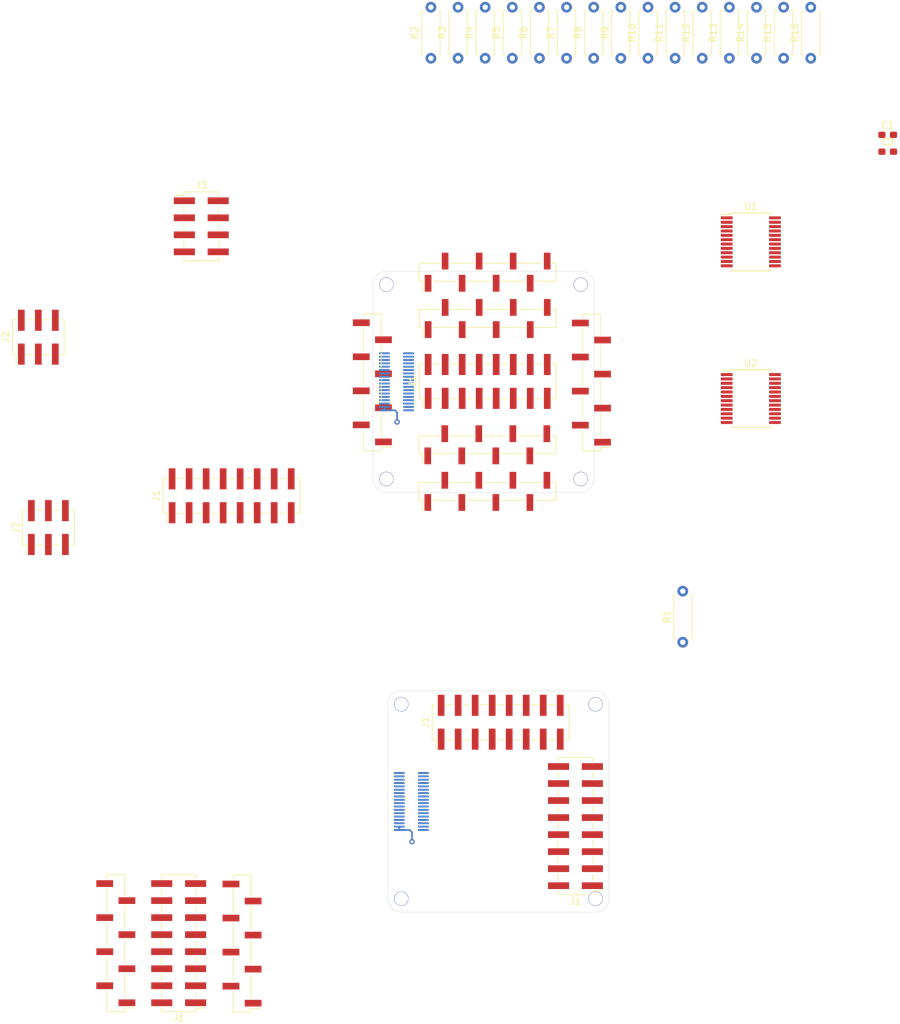
<source format=kicad_pcb>
(kicad_pcb (version 20221018) (generator pcbnew)
  (title_block (title "Movuino base shield") (date "2023-10-23") (rev "1.0") (company "Movuino"))
  (layers (0 "F.Cu" signal) (31 "B.Cu" signal) (34 "B.Paste" user) (35 "F.Paste" user) (36 "B.SilkS" user "B.Silkscreen") (37 "F.SilkS" user "F.Silkscreen") (38 "B.Mask" user) (39 "F.Mask" user) (44 "Edge.Cuts" user))
  (net 0 "")
  (net 1 "GND")
  (net 2 "+5V")
  (net 3 "/IO38")
  (net 4 "/IO39")
  (net 5 "/BATT")
  (net 6 "/IO34")
  (net 7 "/VBATT")
  (net 8 "/IO37")
  (net 9 "/PB")
  (net 10 "/IO35")
  (net 11 "/RESET")
  (net 12 "/IO32")
  (net 13 "/GPIO0")
  (net 14 "/IO33")
  (net 15 "/RXD")
  (net 16 "/IO25")
  (net 17 "/TXD")
  (net 18 "/IO26")
  (net 19 "/SCK")
  (net 20 "/IO27")
  (net 21 "/MOSI")
  (net 22 "/IO14")
  (net 23 "/MISO")
  (net 24 "/IO15")
  (net 25 "/SDA")
  (net 26 "/IO12")
  (net 27 "/SCL")
  (net 28 "/IO13")
  (net 29 "+3.3V")
  (net 30 "/IO4")
  (net 31 "/IO5")
  (net 32 "/GPIO2")
  (net 33 "/COL7")
  (net 34 "/COL6")
  (net 35 "/COL5")
  (net 36 "/COL4")
  (net 37 "/COL3")
  (net 38 "/COL2")
  (net 39 "/COL1")
  (net 40 "/COL0")
  (net 41 "/COL15")
  (net 42 "/COL14")
  (net 43 "/COL13")
  (net 44 "/COL12")
  (net 45 "/COL11")
  (net 46 "/COL10")
  (net 47 "/COL9")
  (net 48 "/COL8")
  (net 49 "/ROW7")
  (net 50 "/ROW6")
  (net 51 "/ROW5")
  (net 52 "/ROW4")
  (net 53 "/ROW3")
  (net 54 "/ROW2")
  (net 55 "/ROW1")
  (net 56 "/ROW0")
  (net 57 "/ROW15")
  (net 58 "/ROW14")
  (net 59 "/ROW13")
  (net 60 "/ROW12")
  (net 61 "/ROW11")
  (net 62 "/ROW10")
  (net 63 "/ROW9")
  (net 64 "/ROW8")
  (footprint "Resistor_THT:R_Axial_DIN0207_L6.3mm_D2.5mm_P7.62mm_Horizontal" (layer "F.Cu") (at 184.744 46.736 90)
    (fp_text reference "R14" (at 3.81 -2.37 90) (layer "F.SilkS"))
    (fp_text value "~")
    (pad "1" thru_hole circle (at 0 0 90) (size 1.6 1.6) (drill 0.8) (layers "*.Cu" "*.Mask") (net 1 "GND"))
    (pad "2" thru_hole oval (at 7.62 0 90) (size 1.6 1.6) (drill 0.8) (layers "*.Cu" "*.Mask") (net 43 "/COL13"))
  )
  (footprint "Resistor_THT:R_Axial_DIN0207_L6.3mm_D2.5mm_P7.62mm_Horizontal" (layer "F.Cu") (at 152.344 46.736 90)
    (fp_text reference "R6" (at 3.81 -2.37 90) (layer "F.SilkS"))
    (fp_text value "~")
    (pad "1" thru_hole circle (at 0 0 90) (size 1.6 1.6) (drill 0.8) (layers "*.Cu" "*.Mask") (net 1 "GND"))
    (pad "2" thru_hole oval (at 7.62 0 90) (size 1.6 1.6) (drill 0.8) (layers "*.Cu" "*.Mask") (net 35 "/COL5"))
  )
  (footprint "Connector_PinHeader_2.54mm:PinHeader_1x08_P2.54mm_Vertical_SMD_Pin1Left" (layer "F.Cu") (at 89.11 178.756 180)
    (fp_text reference "REF**" hide)
    (fp_text value "PinHeader_1x08_P2.54mm_Vertical_SMD_Pin1Left" hide)
    (pad "1" smd rect (at -1.655 -8.89 180) (size 2.51 1) (layers "F.Cu" "F.Paste" "F.Mask"))
    (pad "2" smd rect (at 1.655 -6.35 180) (size 2.51 1) (layers "F.Cu" "F.Paste" "F.Mask"))
    (pad "3" smd rect (at -1.655 -3.81 180) (size 2.51 1) (layers "F.Cu" "F.Paste" "F.Mask"))
    (pad "4" smd rect (at 1.655 -1.27 180) (size 2.51 1) (layers "F.Cu" "F.Paste" "F.Mask"))
    (pad "5" smd rect (at -1.655 1.27 180) (size 2.51 1) (layers "F.Cu" "F.Paste" "F.Mask"))
    (pad "6" smd rect (at 1.655 3.81 180) (size 2.51 1) (layers "F.Cu" "F.Paste" "F.Mask"))
    (pad "7" smd rect (at -1.655 6.35 180) (size 2.51 1) (layers "F.Cu" "F.Paste" "F.Mask"))
    (pad "8" smd rect (at 1.655 8.89 180) (size 2.51 1) (layers "F.Cu" "F.Paste" "F.Mask"))
  )
  (footprint "Resistor_THT:R_Axial_DIN0207_L6.3mm_D2.5mm_P7.62mm_Horizontal" (layer "F.Cu") (at 168.544 46.736 90)
    (fp_text reference "R10" (at 3.81 -2.37 90) (layer "F.SilkS"))
    (fp_text value "~")
    (pad "1" thru_hole circle (at 0 0 90) (size 1.6 1.6) (drill 0.8) (layers "*.Cu" "*.Mask") (net 1 "GND"))
    (pad "2" thru_hole oval (at 7.62 0 90) (size 1.6 1.6) (drill 0.8) (layers "*.Cu" "*.Mask") (net 47 "/COL9"))
  )
  (footprint "Connector_PinHeader_2.54mm:PinHeader_1x08_P2.54mm_Vertical_SMD_Pin1Left" (layer "F.Cu") (at 127.405 95.08 180)
    (fp_text reference "REF**" hide)
    (fp_text value "PinHeader_1x08_P2.54mm_Vertical_SMD_Pin1Left" hide)
    (pad "1" smd rect (at -1.655 -8.89 180) (size 2.51 1) (layers "F.Cu" "F.Paste" "F.Mask"))
    (pad "2" smd rect (at 1.655 -6.35 180) (size 2.51 1) (layers "F.Cu" "F.Paste" "F.Mask"))
    (pad "3" smd rect (at -1.655 -3.81 180) (size 2.51 1) (layers "F.Cu" "F.Paste" "F.Mask"))
    (pad "4" smd rect (at 1.655 -1.27 180) (size 2.51 1) (layers "F.Cu" "F.Paste" "F.Mask"))
    (pad "5" smd rect (at -1.655 1.27 180) (size 2.51 1) (layers "F.Cu" "F.Paste" "F.Mask"))
    (pad "6" smd rect (at 1.655 3.81 180) (size 2.51 1) (layers "F.Cu" "F.Paste" "F.Mask"))
    (pad "7" smd rect (at -1.655 6.35 180) (size 2.51 1) (layers "F.Cu" "F.Paste" "F.Mask"))
    (pad "8" smd rect (at 1.655 8.89 180) (size 2.51 1) (layers "F.Cu" "F.Paste" "F.Mask"))
  )
  (footprint "Connector_PinHeader_2.54mm:PinHeader_2x08_P2.54mm_Vertical_SMD" (layer "F.Cu") (at 146.558 145.796 90)
    (fp_text reference "J1" (at 0 -11.22 90) (layer "F.SilkS"))
    (fp_text value "Conn_01x08")
    (pad "1" smd rect (at -2.525 -8.89 90) (size 3.15 1) (layers "F.Cu" "F.Paste" "F.Mask"))
    (pad "2" smd rect (at 2.525 -8.89 90) (size 3.15 1) (layers "F.Cu" "F.Paste" "F.Mask"))
    (pad "3" smd rect (at -2.525 -6.35 90) (size 3.15 1) (layers "F.Cu" "F.Paste" "F.Mask"))
    (pad "4" smd rect (at 2.525 -6.35 90) (size 3.15 1) (layers "F.Cu" "F.Paste" "F.Mask"))
    (pad "5" smd rect (at -2.525 -3.81 90) (size 3.15 1) (layers "F.Cu" "F.Paste" "F.Mask"))
    (pad "6" smd rect (at 2.525 -3.81 90) (size 3.15 1) (layers "F.Cu" "F.Paste" "F.Mask"))
    (pad "7" smd rect (at -2.525 -1.27 90) (size 3.15 1) (layers "F.Cu" "F.Paste" "F.Mask"))
    (pad "8" smd rect (at 2.525 -1.27 90) (size 3.15 1) (layers "F.Cu" "F.Paste" "F.Mask"))
    (pad "9" smd rect (at -2.525 1.27 90) (size 3.15 1) (layers "F.Cu" "F.Paste" "F.Mask"))
    (pad "10" smd rect (at 2.525 1.27 90) (size 3.15 1) (layers "F.Cu" "F.Paste" "F.Mask"))
    (pad "11" smd rect (at -2.525 3.81 90) (size 3.15 1) (layers "F.Cu" "F.Paste" "F.Mask"))
    (pad "12" smd rect (at 2.525 3.81 90) (size 3.15 1) (layers "F.Cu" "F.Paste" "F.Mask"))
    (pad "13" smd rect (at -2.525 6.35 90) (size 3.15 1) (layers "F.Cu" "F.Paste" "F.Mask"))
    (pad "14" smd rect (at 2.525 6.35 90) (size 3.15 1) (layers "F.Cu" "F.Paste" "F.Mask"))
    (pad "15" smd rect (at -2.525 8.89 90) (size 3.15 1) (layers "F.Cu" "F.Paste" "F.Mask"))
    (pad "16" smd rect (at 2.525 8.89 90) (size 3.15 1) (layers "F.Cu" "F.Paste" "F.Mask"))
  )
  (footprint "" (layer "F.Cu") (at 131.72 143.115)
    (fp_text reference "" (at 0 0) (layer "F.SilkS") (effects (font (size 1.27 1.27))))
    (fp_text value "" (at 0 0) (layer "F.SilkS") (effects (font (size 1.27 1.27))))
    (pad "" np_thru_hole circle (at 29 0) (size 2.1 2.1) (drill 2) (layers "*.Cu" "B.Mask"))
    (pad "" np_thru_hole circle (at 29 0) (size 2.1 2.1) (drill 2) (layers "*.Cu" "B.Mask"))
  )
  (footprint "Connector_PinHeader_2.54mm:PinHeader_1x08_P2.54mm_Vertical_SMD_Pin1Left" (layer "F.Cu") (at 144.61 78.65 90)
    (fp_text reference "REF**" hide)
    (fp_text value "PinHeader_1x08_P2.54mm_Vertical_SMD_Pin1Left" hide)
    (pad "1" smd rect (at -1.655 -8.89 90) (size 2.51 1) (layers "F.Cu" "F.Paste" "F.Mask"))
    (pad "2" smd rect (at 1.655 -6.35 90) (size 2.51 1) (layers "F.Cu" "F.Paste" "F.Mask"))
    (pad "3" smd rect (at -1.655 -3.81 90) (size 2.51 1) (layers "F.Cu" "F.Paste" "F.Mask"))
    (pad "4" smd rect (at 1.655 -1.27 90) (size 2.51 1) (layers "F.Cu" "F.Paste" "F.Mask"))
    (pad "5" smd rect (at -1.655 1.27 90) (size 2.51 1) (layers "F.Cu" "F.Paste" "F.Mask"))
    (pad "6" smd rect (at 1.655 3.81 90) (size 2.51 1) (layers "F.Cu" "F.Paste" "F.Mask"))
    (pad "7" smd rect (at -1.655 6.35 90) (size 2.51 1) (layers "F.Cu" "F.Paste" "F.Mask"))
    (pad "8" smd rect (at 1.655 8.89 90) (size 2.51 1) (layers "F.Cu" "F.Paste" "F.Mask"))
  )
  (footprint "Connector_PinHeader_2.54mm:PinHeader_2x08_P2.54mm_Vertical_SMD" (layer "F.Cu") (at 144.62 94.945 90)
    (fp_text reference "J1" (at 0 -11.22 90) (layer "F.SilkS"))
    (fp_text value "Conn_01x08")
    (pad "1" smd rect (at -2.525 -8.89 90) (size 3.15 1) (layers "F.Cu" "F.Paste" "F.Mask"))
    (pad "2" smd rect (at 2.525 -8.89 90) (size 3.15 1) (layers "F.Cu" "F.Paste" "F.Mask"))
    (pad "3" smd rect (at -2.525 -6.35 90) (size 3.15 1) (layers "F.Cu" "F.Paste" "F.Mask"))
    (pad "4" smd rect (at 2.525 -6.35 90) (size 3.15 1) (layers "F.Cu" "F.Paste" "F.Mask"))
    (pad "5" smd rect (at -2.525 -3.81 90) (size 3.15 1) (layers "F.Cu" "F.Paste" "F.Mask"))
    (pad "6" smd rect (at 2.525 -3.81 90) (size 3.15 1) (layers "F.Cu" "F.Paste" "F.Mask"))
    (pad "7" smd rect (at -2.525 -1.27 90) (size 3.15 1) (layers "F.Cu" "F.Paste" "F.Mask"))
    (pad "8" smd rect (at 2.525 -1.27 90) (size 3.15 1) (layers "F.Cu" "F.Paste" "F.Mask"))
    (pad "9" smd rect (at -2.525 1.27 90) (size 3.15 1) (layers "F.Cu" "F.Paste" "F.Mask"))
    (pad "10" smd rect (at 2.525 1.27 90) (size 3.15 1) (layers "F.Cu" "F.Paste" "F.Mask"))
    (pad "11" smd rect (at -2.525 3.81 90) (size 3.15 1) (layers "F.Cu" "F.Paste" "F.Mask"))
    (pad "12" smd rect (at 2.525 3.81 90) (size 3.15 1) (layers "F.Cu" "F.Paste" "F.Mask"))
    (pad "13" smd rect (at -2.525 6.35 90) (size 3.15 1) (layers "F.Cu" "F.Paste" "F.Mask"))
    (pad "14" smd rect (at 2.525 6.35 90) (size 3.15 1) (layers "F.Cu" "F.Paste" "F.Mask"))
    (pad "15" smd rect (at -2.525 8.89 90) (size 3.15 1) (layers "F.Cu" "F.Paste" "F.Mask"))
    (pad "16" smd rect (at 2.525 8.89 90) (size 3.15 1) (layers "F.Cu" "F.Paste" "F.Mask"))
  )
  (footprint "Connector_PinHeader_2.54mm:PinHeader_2x08_P2.54mm_Vertical_SMD" (layer "F.Cu") (at 98.495 178.756 180)
    (fp_text reference "J1" (at 0 -11.22) (layer "F.SilkS"))
    (fp_text value "Conn_01x08")
    (pad "1" smd rect (at -2.525 -8.89 180) (size 3.15 1) (layers "F.Cu" "F.Paste" "F.Mask"))
    (pad "2" smd rect (at 2.525 -8.89 180) (size 3.15 1) (layers "F.Cu" "F.Paste" "F.Mask"))
    (pad "3" smd rect (at -2.525 -6.35 180) (size 3.15 1) (layers "F.Cu" "F.Paste" "F.Mask"))
    (pad "4" smd rect (at 2.525 -6.35 180) (size 3.15 1) (layers "F.Cu" "F.Paste" "F.Mask"))
    (pad "5" smd rect (at -2.525 -3.81 180) (size 3.15 1) (layers "F.Cu" "F.Paste" "F.Mask"))
    (pad "6" smd rect (at 2.525 -3.81 180) (size 3.15 1) (layers "F.Cu" "F.Paste" "F.Mask"))
    (pad "7" smd rect (at -2.525 -1.27 180) (size 3.15 1) (layers "F.Cu" "F.Paste" "F.Mask"))
    (pad "8" smd rect (at 2.525 -1.27 180) (size 3.15 1) (layers "F.Cu" "F.Paste" "F.Mask"))
    (pad "9" smd rect (at -2.525 1.27 180) (size 3.15 1) (layers "F.Cu" "F.Paste" "F.Mask"))
    (pad "10" smd rect (at 2.525 1.27 180) (size 3.15 1) (layers "F.Cu" "F.Paste" "F.Mask"))
    (pad "11" smd rect (at -2.525 3.81 180) (size 3.15 1) (layers "F.Cu" "F.Paste" "F.Mask"))
    (pad "12" smd rect (at 2.525 3.81 180) (size 3.15 1) (layers "F.Cu" "F.Paste" "F.Mask"))
    (pad "13" smd rect (at -2.525 6.35 180) (size 3.15 1) (layers "F.Cu" "F.Paste" "F.Mask"))
    (pad "14" smd rect (at 2.525 6.35 180) (size 3.15 1) (layers "F.Cu" "F.Paste" "F.Mask"))
    (pad "15" smd rect (at -2.525 8.89 180) (size 3.15 1) (layers "F.Cu" "F.Paste" "F.Mask"))
    (pad "16" smd rect (at 2.525 8.89 180) (size 3.15 1) (layers "F.Cu" "F.Paste" "F.Mask"))
  )
  (footprint "Resistor_THT:R_Axial_DIN0207_L6.3mm_D2.5mm_P7.62mm_Horizontal" (layer "F.Cu") (at 188.794 46.736 90)
    (fp_text reference "R15" (at 3.81 -2.37 90) (layer "F.SilkS"))
    (fp_text value "~")
    (pad "1" thru_hole circle (at 0 0 90) (size 1.6 1.6) (drill 0.8) (layers "*.Cu" "*.Mask") (net 1 "GND"))
    (pad "2" thru_hole oval (at 7.62 0 90) (size 1.6 1.6) (drill 0.8) (layers "*.Cu" "*.Mask") (net 42 "/COL14"))
  )
  (footprint "Connector_PinHeader_2.54mm:PinHeader_2x08_P2.54mm_Vertical_SMD" (layer "F.Cu") (at 106.4 112.01 90)
    (fp_text reference "J1" (at 0 -11.22 90) (layer "F.SilkS"))
    (fp_text value "Conn_01x08")
    (pad "1" smd rect (at -2.525 -8.89 90) (size 3.15 1) (layers "F.Cu" "F.Paste" "F.Mask"))
    (pad "2" smd rect (at 2.525 -8.89 90) (size 3.15 1) (layers "F.Cu" "F.Paste" "F.Mask"))
    (pad "3" smd rect (at -2.525 -6.35 90) (size 3.15 1) (layers "F.Cu" "F.Paste" "F.Mask"))
    (pad "4" smd rect (at 2.525 -6.35 90) (size 3.15 1) (layers "F.Cu" "F.Paste" "F.Mask"))
    (pad "5" smd rect (at -2.525 -3.81 90) (size 3.15 1) (layers "F.Cu" "F.Paste" "F.Mask"))
    (pad "6" smd rect (at 2.525 -3.81 90) (size 3.15 1) (layers "F.Cu" "F.Paste" "F.Mask"))
    (pad "7" smd rect (at -2.525 -1.27 90) (size 3.15 1) (layers "F.Cu" "F.Paste" "F.Mask"))
    (pad "8" smd rect (at 2.525 -1.27 90) (size 3.15 1) (layers "F.Cu" "F.Paste" "F.Mask"))
    (pad "9" smd rect (at -2.525 1.27 90) (size 3.15 1) (layers "F.Cu" "F.Paste" "F.Mask"))
    (pad "10" smd rect (at 2.525 1.27 90) (size 3.15 1) (layers "F.Cu" "F.Paste" "F.Mask"))
    (pad "11" smd rect (at -2.525 3.81 90) (size 3.15 1) (layers "F.Cu" "F.Paste" "F.Mask"))
    (pad "12" smd rect (at 2.525 3.81 90) (size 3.15 1) (layers "F.Cu" "F.Paste" "F.Mask"))
    (pad "13" smd rect (at -2.525 6.35 90) (size 3.15 1) (layers "F.Cu" "F.Paste" "F.Mask"))
    (pad "14" smd rect (at 2.525 6.35 90) (size 3.15 1) (layers "F.Cu" "F.Paste" "F.Mask"))
    (pad "15" smd rect (at -2.525 8.89 90) (size 3.15 1) (layers "F.Cu" "F.Paste" "F.Mask"))
    (pad "16" smd rect (at 2.525 8.89 90) (size 3.15 1) (layers "F.Cu" "F.Paste" "F.Mask"))
  )
  (footprint "Resistor_THT:R_Axial_DIN0207_L6.3mm_D2.5mm_P7.62mm_Horizontal" (layer "F.Cu") (at 148.294 46.736 90)
    (fp_text reference "R5" (at 3.81 -2.37 90) (layer "F.SilkS"))
    (fp_text value "~")
    (pad "1" thru_hole circle (at 0 0 90) (size 1.6 1.6) (drill 0.8) (layers "*.Cu" "*.Mask") (net 1 "GND"))
    (pad "2" thru_hole oval (at 7.62 0 90) (size 1.6 1.6) (drill 0.8) (layers "*.Cu" "*.Mask") (net 36 "/COL4"))
  )
  (footprint "" (layer "F.Cu") (at 160.72 172.115)
    (fp_text reference "" (at 0 0) (layer "F.SilkS") (effects (font (size 1.27 1.27))))
    (fp_text value "" (at 0 0) (layer "F.SilkS") (effects (font (size 1.27 1.27))))
    (pad "" np_thru_hole circle (at 0 0) (size 2.1 2.1) (drill 2) (layers "*.Cu" "*.Mask"))
    (pad "" np_thru_hole circle (at 0 0) (size 2.1 2.1) (drill 2) (layers "*.Cu" "*.Mask"))
  )
  (footprint "Connector_PinHeader_2.54mm:PinHeader_2x03_P2.54mm_Vertical_SMD" (layer "F.Cu") (at 79.04 116.75 90)
    (fp_text reference "J2" (at 0 -4.87 90) (layer "F.SilkS"))
    (fp_text value "Conn_02x03_Top_Bottom")
    (pad "1" smd rect (at -2.525 -2.54 90) (size 3.15 1) (layers "F.Cu" "F.Paste" "F.Mask"))
    (pad "2" smd rect (at 2.525 -2.54 90) (size 3.15 1) (layers "F.Cu" "F.Paste" "F.Mask"))
    (pad "3" smd rect (at -2.525 0 90) (size 3.15 1) (layers "F.Cu" "F.Paste" "F.Mask"))
    (pad "4" smd rect (at 2.525 0 90) (size 3.15 1) (layers "F.Cu" "F.Paste" "F.Mask"))
    (pad "5" smd rect (at -2.525 2.54 90) (size 3.15 1) (layers "F.Cu" "F.Paste" "F.Mask"))
    (pad "6" smd rect (at 2.525 2.54 90) (size 3.15 1) (layers "F.Cu" "F.Paste" "F.Mask"))
  )
  (footprint "" (layer "F.Cu") (at 129.5 109.5)
    (fp_text reference "" (at 0 0) (layer "F.SilkS") (effects (font (size 1.27 1.27))))
    (fp_text value "" (at 0 0) (layer "F.SilkS") (effects (font (size 1.27 1.27))))
    (pad "" np_thru_hole circle (at 0 0) (size 2.1 2.1) (drill 2) (layers "*.Cu" "*.Mask"))
  )
  (footprint "Resistor_THT:R_Axial_DIN0207_L6.3mm_D2.5mm_P7.62mm_Horizontal" (layer "F.Cu") (at 180.694 46.736 90)
    (fp_text reference "R13" (at 3.81 -2.37 90) (layer "F.SilkS"))
    (fp_text value "~")
    (pad "1" thru_hole circle (at 0 0 90) (size 1.6 1.6) (drill 0.8) (layers "*.Cu" "*.Mask") (net 1 "GND"))
    (pad "2" thru_hole oval (at 7.62 0 90) (size 1.6 1.6) (drill 0.8) (layers "*.Cu" "*.Mask") (net 44 "/COL12"))
  )
  (footprint "MountingHole:MountingHole_2.1mm" (layer "F.Cu") (at 131.72 143.115)
    (fp_text reference "REF**" hide)
    (fp_text value "MountingHole_2.1mm")
    (pad "" np_thru_hole circle (at 0 0) (size 2.1 2.1) (drill 2) (layers "*.Cu" "B.Mask"))
    (pad "" np_thru_hole circle (at 0 0) (size 2.1 2.1) (drill 2) (layers "*.Cu" "B.Mask"))
  )
  (footprint "Capacitor_SMD:C_0603_1608Metric_Pad1.08x0.95mm_HandSolder" (layer "F.Cu") (at 204.3275 60.67)
    (fp_text reference "C2" (at 0 -1.43) (layer "F.SilkS"))
    (fp_text value "10µ")
    (pad "1" smd roundrect (at -0.8625 0) (size 1.075 0.95) (layers "F.Cu" "F.Paste" "F.Mask") (net 29 "+3.3V"))
    (pad "2" smd roundrect (at 0.8625 0) (size 1.075 0.95) (layers "F.Cu" "F.Paste" "F.Mask") (net 1 "GND"))
  )
  (footprint "Connector_PinHeader_2.54mm:PinHeader_1x08_P2.54mm_Vertical_SMD_Pin1Left" (layer "F.Cu") (at 144.56 104.4 90)
    (fp_text reference "REF**" hide)
    (fp_text value "PinHeader_1x08_P2.54mm_Vertical_SMD_Pin1Left" hide)
    (pad "1" smd rect (at -1.655 -8.89 90) (size 2.51 1) (layers "F.Cu" "F.Paste" "F.Mask"))
    (pad "2" smd rect (at 1.655 -6.35 90) (size 2.51 1) (layers "F.Cu" "F.Paste" "F.Mask"))
    (pad "3" smd rect (at -1.655 -3.81 90) (size 2.51 1) (layers "F.Cu" "F.Paste" "F.Mask"))
    (pad "4" smd rect (at 1.655 -1.27 90) (size 2.51 1) (layers "F.Cu" "F.Paste" "F.Mask"))
    (pad "5" smd rect (at -1.655 1.27 90) (size 2.51 1) (layers "F.Cu" "F.Paste" "F.Mask"))
    (pad "6" smd rect (at 1.655 3.81 90) (size 2.51 1) (layers "F.Cu" "F.Paste" "F.Mask"))
    (pad "7" smd rect (at -1.655 6.35 90) (size 2.51 1) (layers "F.Cu" "F.Paste" "F.Mask"))
    (pad "8" smd rect (at 1.655 8.89 90) (size 2.51 1) (layers "F.Cu" "F.Paste" "F.Mask"))
  )
  (footprint "Connector_PinHeader_2.54mm:PinHeader_2x04_P2.54mm_Vertical_SMD" (layer "F.Cu") (at 101.869 71.804)
    (fp_text reference "J3" (at 0 -6.14) (layer "F.SilkS"))
    (fp_text value "Conn_02x04_Top_Bottom")
    (pad "1" smd rect (at -2.525 -3.81) (size 3.15 1) (layers "F.Cu" "F.Paste" "F.Mask"))
    (pad "2" smd rect (at 2.525 -3.81) (size 3.15 1) (layers "F.Cu" "F.Paste" "F.Mask"))
    (pad "3" smd rect (at -2.525 -1.27) (size 3.15 1) (layers "F.Cu" "F.Paste" "F.Mask"))
    (pad "4" smd rect (at 2.525 -1.27) (size 3.15 1) (layers "F.Cu" "F.Paste" "F.Mask"))
    (pad "5" smd rect (at -2.525 1.27) (size 3.15 1) (layers "F.Cu" "F.Paste" "F.Mask"))
    (pad "6" smd rect (at 2.525 1.27) (size 3.15 1) (layers "F.Cu" "F.Paste" "F.Mask"))
    (pad "7" smd rect (at -2.525 3.81) (size 3.15 1) (layers "F.Cu" "F.Paste" "F.Mask"))
    (pad "8" smd rect (at 2.525 3.81) (size 3.15 1) (layers "F.Cu" "F.Paste" "F.Mask"))
  )
  (footprint "Resistor_THT:R_Axial_DIN0207_L6.3mm_D2.5mm_P7.62mm_Horizontal" (layer "F.Cu") (at 164.494 46.736 90)
    (fp_text reference "R9" (at 3.81 -2.37 90) (layer "F.SilkS"))
    (fp_text value "~")
    (pad "1" thru_hole circle (at 0 0 90) (size 1.6 1.6) (drill 0.8) (layers "*.Cu" "*.Mask") (net 1 "GND"))
    (pad "2" thru_hole oval (at 7.62 0 90) (size 1.6 1.6) (drill 0.8) (layers "*.Cu" "*.Mask") (net 48 "/COL8"))
  )
  (footprint "Resistor_THT:R_Axial_DIN0207_L6.3mm_D2.5mm_P7.62mm_Horizontal" (layer "F.Cu") (at 156.394 46.736 90)
    (fp_text reference "R7" (at 3.81 -2.37 90) (layer "F.SilkS"))
    (fp_text value "~")
    (pad "1" thru_hole circle (at 0 0 90) (size 1.6 1.6) (drill 0.8) (layers "*.Cu" "*.Mask") (net 1 "GND"))
    (pad "2" thru_hole oval (at 7.62 0 90) (size 1.6 1.6) (drill 0.8) (layers "*.Cu" "*.Mask") (net 34 "/COL6"))
  )
  (footprint "Capacitor_SMD:C_0603_1608Metric_Pad1.08x0.95mm_HandSolder" (layer "F.Cu") (at 204.3275 58.16)
    (fp_text reference "C1" (at 0 -1.43) (layer "F.SilkS"))
    (fp_text value "0.1µ")
    (pad "1" smd roundrect (at -0.8625 0) (size 1.075 0.95) (layers "F.Cu" "F.Paste" "F.Mask") (net 29 "+3.3V"))
    (pad "2" smd roundrect (at 0.8625 0) (size 1.075 0.95) (layers "F.Cu" "F.Paste" "F.Mask") (net 1 "GND"))
  )
  (footprint "Resistor_THT:R_Axial_DIN0207_L6.3mm_D2.5mm_P7.62mm_Horizontal" (layer "F.Cu") (at 160.444 46.736 90)
    (fp_text reference "R8" (at 3.81 -2.37 90) (layer "F.SilkS"))
    (fp_text value "~")
    (pad "1" thru_hole circle (at 0 0 90) (size 1.6 1.6) (drill 0.8) (layers "*.Cu" "*.Mask") (net 1 "GND"))
    (pad "2" thru_hole oval (at 7.62 0 90) (size 1.6 1.6) (drill 0.8) (layers "*.Cu" "*.Mask") (net 33 "/COL7"))
  )
  (footprint "Connector_PinHeader_2.54mm:PinHeader_1x08_P2.54mm_Vertical_SMD_Pin1Left" (layer "F.Cu") (at 160.105 95.12 180)
    (fp_text reference "REF**" hide)
    (fp_text value "PinHeader_1x08_P2.54mm_Vertical_SMD_Pin1Left" hide)
    (pad "1" smd rect (at -1.655 -8.89 180) (size 2.51 1) (layers "F.Cu" "F.Paste" "F.Mask"))
    (pad "2" smd rect (at 1.655 -6.35 180) (size 2.51 1) (layers "F.Cu" "F.Paste" "F.Mask"))
    (pad "3" smd rect (at -1.655 -3.81 180) (size 2.51 1) (layers "F.Cu" "F.Paste" "F.Mask"))
    (pad "4" smd rect (at 1.655 -1.27 180) (size 2.51 1) (layers "F.Cu" "F.Paste" "F.Mask"))
    (pad "5" smd rect (at -1.655 1.27 180) (size 2.51 1) (layers "F.Cu" "F.Paste" "F.Mask"))
    (pad "6" smd rect (at 1.655 3.81 180) (size 2.51 1) (layers "F.Cu" "F.Paste" "F.Mask"))
    (pad "7" smd rect (at -1.655 6.35 180) (size 2.51 1) (layers "F.Cu" "F.Paste" "F.Mask"))
    (pad "8" smd rect (at 1.655 8.89 180) (size 2.51 1) (layers "F.Cu" "F.Paste" "F.Mask"))
  )
  (footprint "" (layer "F.Cu") (at 129.5 80.5)
    (fp_text reference "" (at 0 0) (layer "F.SilkS") (effects (font (size 1.27 1.27))))
    (fp_text value "" (at 0 0) (layer "F.SilkS") (effects (font (size 1.27 1.27))))
    (pad "" np_thru_hole circle (at 0 0) (size 2.1 2.1) (drill 2) (layers "*.Cu" "B.Mask"))
  )
  (footprint "Resistor_THT:R_Axial_DIN0207_L6.3mm_D2.5mm_P7.62mm_Horizontal" (layer "F.Cu") (at 173.736 133.858 90)
    (fp_text reference "R1" (at 3.81 -2.37 90) (layer "F.SilkS"))
    (fp_text value "~")
    (pad "1" thru_hole circle (at 0 0 90) (size 1.6 1.6) (drill 0.8) (layers "*.Cu" "*.Mask") (net 1 "GND"))
    (pad "2" thru_hole oval (at 7.62 0 90) (size 1.6 1.6) (drill 0.8) (layers "*.Cu" "*.Mask") (net 40 "/COL0"))
  )
  (footprint "Connector_PinHeader_2.54mm:PinHeader_1x08_P2.54mm_Vertical_SMD_Pin1Left" (layer "F.Cu") (at 144.62 85.56 90)
    (fp_text reference "REF**" hide)
    (fp_text value "PinHeader_1x08_P2.54mm_Vertical_SMD_Pin1Left" hide)
    (pad "1" smd rect (at -1.655 -8.89 90) (size 2.51 1) (layers "F.Cu" "F.Paste" "F.Mask"))
    (pad "2" smd rect (at 1.655 -6.35 90) (size 2.51 1) (layers "F.Cu" "F.Paste" "F.Mask"))
    (pad "3" smd rect (at -1.655 -3.81 90) (size 2.51 1) (layers "F.Cu" "F.Paste" "F.Mask"))
    (pad "4" smd rect (at 1.655 -1.27 90) (size 2.51 1) (layers "F.Cu" "F.Paste" "F.Mask"))
    (pad "5" smd rect (at -1.655 1.27 90) (size 2.51 1) (layers "F.Cu" "F.Paste" "F.Mask"))
    (pad "6" smd rect (at 1.655 3.81 90) (size 2.51 1) (layers "F.Cu" "F.Paste" "F.Mask"))
    (pad "7" smd rect (at -1.655 6.35 90) (size 2.51 1) (layers "F.Cu" "F.Paste" "F.Mask"))
    (pad "8" smd rect (at 1.655 8.89 90) (size 2.51 1) (layers "F.Cu" "F.Paste" "F.Mask"))
  )
  (footprint "Resistor_THT:R_Axial_DIN0207_L6.3mm_D2.5mm_P7.62mm_Horizontal" (layer "F.Cu") (at 140.194 46.736 90)
    (fp_text reference "R3" (at 3.81 -2.37 90) (layer "F.SilkS"))
    (fp_text value "~")
    (pad "1" thru_hole circle (at 0 0 90) (size 1.6 1.6) (drill 0.8) (layers "*.Cu" "*.Mask") (net 1 "GND"))
    (pad "2" thru_hole oval (at 7.62 0 90) (size 1.6 1.6) (drill 0.8) (layers "*.Cu" "*.Mask") (net 38 "/COL2"))
  )
  (footprint "Package_SO:SSOP-24_5.3x8.2mm_P0.65mm" (layer "F.Cu") (at 183.9 74.125)
    (fp_text reference "U1" (at 0 -5.25) (layer "F.SilkS"))
    (fp_text value "CD74HC4067SM")
    (pad "1" smd rect (at -3.6 -3.575) (size 1.75 0.45) (layers "F.Cu" "F.Paste" "F.Mask") (net 16 "/IO25"))
    (pad "2" smd rect (at -3.6 -2.925) (size 1.75 0.45) (layers "F.Cu" "F.Paste" "F.Mask") (net 33 "/COL7"))
    (pad "3" smd rect (at -3.6 -2.275) (size 1.75 0.45) (layers "F.Cu" "F.Paste" "F.Mask") (net 34 "/COL6"))
    (pad "4" smd rect (at -3.6 -1.625) (size 1.75 0.45) (layers "F.Cu" "F.Paste" "F.Mask") (net 35 "/COL5"))
    (pad "5" smd rect (at -3.6 -0.975) (size 1.75 0.45) (layers "F.Cu" "F.Paste" "F.Mask") (net 36 "/COL4"))
    (pad "6" smd rect (at -3.6 -0.325) (size 1.75 0.45) (layers "F.Cu" "F.Paste" "F.Mask") (net 37 "/COL3"))
    (pad "7" smd rect (at -3.6 0.325) (size 1.75 0.45) (layers "F.Cu" "F.Paste" "F.Mask") (net 38 "/COL2"))
    (pad "8" smd rect (at -3.6 0.975) (size 1.75 0.45) (layers "F.Cu" "F.Paste" "F.Mask") (net 39 "/COL1"))
    (pad "9" smd rect (at -3.6 1.625) (size 1.75 0.45) (layers "F.Cu" "F.Paste" "F.Mask") (net 40 "/COL0"))
    (pad "10" smd rect (at -3.6 2.275) (size 1.75 0.45) (layers "F.Cu" "F.Paste" "F.Mask") (net 14 "/IO33"))
    (pad "11" smd rect (at -3.6 2.925) (size 1.75 0.45) (layers "F.Cu" "F.Paste" "F.Mask") (net 12 "/IO32"))
    (pad "12" smd rect (at -3.6 3.575) (size 1.75 0.45) (layers "F.Cu" "F.Paste" "F.Mask") (net 1 "GND"))
    (pad "13" smd rect (at 3.6 3.575) (size 1.75 0.45) (layers "F.Cu" "F.Paste" "F.Mask") (net 20 "/IO27"))
    (pad "14" smd rect (at 3.6 2.925) (size 1.75 0.45) (layers "F.Cu" "F.Paste" "F.Mask") (net 18 "/IO26"))
    (pad "15" smd rect (at 3.6 2.275) (size 1.75 0.45) (layers "F.Cu" "F.Paste" "F.Mask") (net 1 "GND"))
    (pad "16" smd rect (at 3.6 1.625) (size 1.75 0.45) (layers "F.Cu" "F.Paste" "F.Mask") (net 41 "/COL15"))
    (pad "17" smd rect (at 3.6 0.975) (size 1.75 0.45) (layers "F.Cu" "F.Paste" "F.Mask") (net 42 "/COL14"))
    (pad "18" smd rect (at 3.6 0.325) (size 1.75 0.45) (layers "F.Cu" "F.Paste" "F.Mask") (net 43 "/COL13"))
    (pad "19" smd rect (at 3.6 -0.325) (size 1.75 0.45) (layers "F.Cu" "F.Paste" "F.Mask") (net 44 "/COL12"))
    (pad "20" smd rect (at 3.6 -0.975) (size 1.75 0.45) (layers "F.Cu" "F.Paste" "F.Mask") (net 45 "/COL11"))
    (pad "21" smd rect (at 3.6 -1.625) (size 1.75 0.45) (layers "F.Cu" "F.Paste" "F.Mask") (net 46 "/COL10"))
    (pad "22" smd rect (at 3.6 -2.275) (size 1.75 0.45) (layers "F.Cu" "F.Paste" "F.Mask") (net 47 "/COL9"))
    (pad "23" smd rect (at 3.6 -2.925) (size 1.75 0.45) (layers "F.Cu" "F.Paste" "F.Mask") (net 48 "/COL8"))
    (pad "24" smd rect (at 3.6 -3.575) (size 1.75 0.45) (layers "F.Cu" "F.Paste" "F.Mask") (net 29 "+3.3V"))
  )
  (footprint "" (layer "F.Cu") (at 131.72 172.115)
    (fp_text reference "" (at 0 0) (layer "F.SilkS") (effects (font (size 1.27 1.27))))
    (fp_text value "" (at 0 0) (layer "F.SilkS") (effects (font (size 1.27 1.27))))
    (pad "" np_thru_hole circle (at 0 0) (size 2.1 2.1) (drill 2) (layers "*.Cu" "*.Mask"))
    (pad "" np_thru_hole circle (at 0 0) (size 2.1 2.1) (drill 2) (layers "*.Cu" "*.Mask"))
  )
  (footprint "" (layer "F.Cu") (at 129.5 80.5)
    (fp_text reference "" (at 0 0) (layer "F.SilkS") (effects (font (size 1.27 1.27))))
    (fp_text value "" (at 0 0) (layer "F.SilkS") (effects (font (size 1.27 1.27))))
    (pad "" np_thru_hole circle (at 0 0) (size 2.1 2.1) (drill 2) (layers "*.Cu" "B.Mask"))
  )
  (footprint "Resistor_THT:R_Axial_DIN0207_L6.3mm_D2.5mm_P7.62mm_Horizontal" (layer "F.Cu") (at 176.644 46.736 90)
    (fp_text reference "R12" (at 3.81 -2.37 90) (layer "F.SilkS"))
    (fp_text value "~")
    (pad "1" thru_hole circle (at 0 0 90) (size 1.6 1.6) (drill 0.8) (layers "*.Cu" "*.Mask") (net 1 "GND"))
    (pad "2" thru_hole oval (at 7.62 0 90) (size 1.6 1.6) (drill 0.8) (layers "*.Cu" "*.Mask") (net 45 "/COL11"))
  )
  (footprint "Resistor_THT:R_Axial_DIN0207_L6.3mm_D2.5mm_P7.62mm_Horizontal" (layer "F.Cu") (at 172.594 46.736 90)
    (fp_text reference "R11" (at 3.81 -2.37 90) (layer "F.SilkS"))
    (fp_text value "~")
    (pad "1" thru_hole circle (at 0 0 90) (size 1.6 1.6) (drill 0.8) (layers "*.Cu" "*.Mask") (net 1 "GND"))
    (pad "2" thru_hole oval (at 7.62 0 90) (size 1.6 1.6) (drill 0.8) (layers "*.Cu" "*.Mask") (net 46 "/COL10"))
  )
  (footprint "" (layer "F.Cu") (at 158.5 109.5)
    (fp_text reference "" (at 0 0) (layer "F.SilkS") (effects (font (size 1.27 1.27))))
    (fp_text value "" (at 0 0) (layer "F.SilkS") (effects (font (size 1.27 1.27))))
    (pad "" np_thru_hole circle (at 0 0) (size 2.1 2.1) (drill 2) (layers "*.Cu" "*.Mask"))
  )
  (footprint "Connector_PinHeader_2.54mm:PinHeader_1x08_P2.54mm_Vertical_SMD_Pin1Left" (layer "F.Cu") (at 144.57 111.35 90)
    (fp_text reference "REF**" hide)
    (fp_text value "PinHeader_1x08_P2.54mm_Vertical_SMD_Pin1Left" hide)
    (pad "1" smd rect (at -1.655 -8.89 90) (size 2.51 1) (layers "F.Cu" "F.Paste" "F.Mask"))
    (pad "2" smd rect (at 1.655 -6.35 90) (size 2.51 1) (layers "F.Cu" "F.Paste" "F.Mask"))
    (pad "3" smd rect (at -1.655 -3.81 90) (size 2.51 1) (layers "F.Cu" "F.Paste" "F.Mask"))
    (pad "4" smd rect (at 1.655 -1.27 90) (size 2.51 1) (layers "F.Cu" "F.Paste" "F.Mask"))
    (pad "5" smd rect (at -1.655 1.27 90) (size 2.51 1) (layers "F.Cu" "F.Paste" "F.Mask"))
    (pad "6" smd rect (at 1.655 3.81 90) (size 2.51 1) (layers "F.Cu" "F.Paste" "F.Mask"))
    (pad "7" smd rect (at -1.655 6.35 90) (size 2.51 1) (layers "F.Cu" "F.Paste" "F.Mask"))
    (pad "8" smd rect (at 1.655 8.89 90) (size 2.51 1) (layers "F.Cu" "F.Paste" "F.Mask"))
  )
  (footprint "Connector_PinHeader_2.54mm:PinHeader_2x08_P2.54mm_Vertical_SMD" (layer "F.Cu") (at 157.719 161.29 180)
    (fp_text reference "J1" (at 0 -11.22) (layer "F.SilkS"))
    (fp_text value "Conn_01x08")
    (pad "1" smd rect (at -2.525 -8.89 180) (size 3.15 1) (layers "F.Cu" "F.Paste" "F.Mask"))
    (pad "2" smd rect (at 2.525 -8.89 180) (size 3.15 1) (layers "F.Cu" "F.Paste" "F.Mask"))
    (pad "3" smd rect (at -2.525 -6.35 180) (size 3.15 1) (layers "F.Cu" "F.Paste" "F.Mask"))
    (pad "4" smd rect (at 2.525 -6.35 180) (size 3.15 1) (layers "F.Cu" "F.Paste" "F.Mask"))
    (pad "5" smd rect (at -2.525 -3.81 180) (size 3.15 1) (layers "F.Cu" "F.Paste" "F.Mask"))
    (pad "6" smd rect (at 2.525 -3.81 180) (size 3.15 1) (layers "F.Cu" "F.Paste" "F.Mask"))
    (pad "7" smd rect (at -2.525 -1.27 180) (size 3.15 1) (layers "F.Cu" "F.Paste" "F.Mask"))
    (pad "8" smd rect (at 2.525 -1.27 180) (size 3.15 1) (layers "F.Cu" "F.Paste" "F.Mask"))
    (pad "9" smd rect (at -2.525 1.27 180) (size 3.15 1) (layers "F.Cu" "F.Paste" "F.Mask"))
    (pad "10" smd rect (at 2.525 1.27 180) (size 3.15 1) (layers "F.Cu" "F.Paste" "F.Mask"))
    (pad "11" smd rect (at -2.525 3.81 180) (size 3.15 1) (layers "F.Cu" "F.Paste" "F.Mask"))
    (pad "12" smd rect (at 2.525 3.81 180) (size 3.15 1) (layers "F.Cu" "F.Paste" "F.Mask"))
    (pad "13" smd rect (at -2.525 6.35 180) (size 3.15 1) (layers "F.Cu" "F.Paste" "F.Mask"))
    (pad "14" smd rect (at 2.525 6.35 180) (size 3.15 1) (layers "F.Cu" "F.Paste" "F.Mask"))
    (pad "15" smd rect (at -2.525 8.89 180) (size 3.15 1) (layers "F.Cu" "F.Paste" "F.Mask"))
    (pad "16" smd rect (at 2.525 8.89 180) (size 3.15 1) (layers "F.Cu" "F.Paste" "F.Mask"))
  )
  (footprint "" (layer "F.Cu") (at 129.5 109.5)
    (fp_text reference "" (at 0 0) (layer "F.SilkS") (effects (font (size 1.27 1.27))))
    (fp_text value "" (at 0 0) (layer "F.SilkS") (effects (font (size 1.27 1.27))))
    (pad "" np_thru_hole circle (at 0 0) (size 2.1 2.1) (drill 2) (layers "*.Cu" "*.Mask"))
  )
  (footprint "" (layer "F.Cu") (at 158.5 109.5)
    (fp_text reference "" (at 0 0) (layer "F.SilkS") (effects (font (size 1.27 1.27))))
    (fp_text value "" (at 0 0) (layer "F.SilkS") (effects (font (size 1.27 1.27))))
    (pad "" np_thru_hole circle (at 0 0) (size 2.1 2.1) (drill 2) (layers "*.Cu" "*.Mask"))
  )
  (footprint "Resistor_THT:R_Axial_DIN0207_L6.3mm_D2.5mm_P7.62mm_Horizontal" (layer "F.Cu") (at 192.844 46.736 90)
    (fp_text reference "R16" (at 3.81 -2.37 90) (layer "F.SilkS"))
    (fp_text value "~")
    (pad "1" thru_hole circle (at 0 0 90) (size 1.6 1.6) (drill 0.8) (layers "*.Cu" "*.Mask") (net 1 "GND"))
    (pad "2" thru_hole oval (at 7.62 0 90) (size 1.6 1.6) (drill 0.8) (layers "*.Cu" "*.Mask") (net 41 "/COL15"))
  )
  (footprint "Resistor_THT:R_Axial_DIN0207_L6.3mm_D2.5mm_P7.62mm_Horizontal" (layer "F.Cu") (at 136.144 46.736 90)
    (fp_text reference "R2" (at 3.81 -2.37 90) (layer "F.SilkS"))
    (fp_text value "~")
    (pad "1" thru_hole circle (at 0 0 90) (size 1.6 1.6) (drill 0.8) (layers "*.Cu" "*.Mask") (net 1 "GND"))
    (pad "2" thru_hole oval (at 7.62 0 90) (size 1.6 1.6) (drill 0.8) (layers "*.Cu" "*.Mask") (net 39 "/COL1"))
  )
  (footprint "Package_SO:SSOP-24_5.3x8.2mm_P0.65mm" (layer "F.Cu") (at 183.9 97.5)
    (fp_text reference "U2" (at 0 -5.25) (layer "F.SilkS"))
    (fp_text value "CD74HC4067SM")
    (pad "1" smd rect (at -3.6 -3.575) (size 1.75 0.45) (layers "F.Cu" "F.Paste" "F.Mask") (net 26 "/IO12"))
    (pad "2" smd rect (at -3.6 -2.925) (size 1.75 0.45) (layers "F.Cu" "F.Paste" "F.Mask") (net 49 "/ROW7"))
    (pad "3" smd rect (at -3.6 -2.275) (size 1.75 0.45) (layers "F.Cu" "F.Paste" "F.Mask") (net 50 "/ROW6"))
    (pad "4" smd rect (at -3.6 -1.625) (size 1.75 0.45) (layers "F.Cu" "F.Paste" "F.Mask") (net 51 "/ROW5"))
    (pad "5" smd rect (at -3.6 -0.975) (size 1.75 0.45) (layers "F.Cu" "F.Paste" "F.Mask") (net 52 "/ROW4"))
    (pad "6" smd rect (at -3.6 -0.325) (size 1.75 0.45) (layers "F.Cu" "F.Paste" "F.Mask") (net 53 "/ROW3"))
    (pad "7" smd rect (at -3.6 0.325) (size 1.75 0.45) (layers "F.Cu" "F.Paste" "F.Mask") (net 54 "/ROW2"))
    (pad "8" smd rect (at -3.6 0.975) (size 1.75 0.45) (layers "F.Cu" "F.Paste" "F.Mask") (net 55 "/ROW1"))
    (pad "9" smd rect (at -3.6 1.625) (size 1.75 0.45) (layers "F.Cu" "F.Paste" "F.Mask") (net 56 "/ROW0"))
    (pad "10" smd rect (at -3.6 2.275) (size 1.75 0.45) (layers "F.Cu" "F.Paste" "F.Mask") (net 28 "/IO13"))
    (pad "11" smd rect (at -3.6 2.925) (size 1.75 0.45) (layers "F.Cu" "F.Paste" "F.Mask") (net 30 "/IO4"))
    (pad "12" smd rect (at -3.6 3.575) (size 1.75 0.45) (layers "F.Cu" "F.Paste" "F.Mask") (net 1 "GND"))
    (pad "13" smd rect (at 3.6 3.575) (size 1.75 0.45) (layers "F.Cu" "F.Paste" "F.Mask") (net 22 "/IO14"))
    (pad "14" smd rect (at 3.6 2.925) (size 1.75 0.45) (layers "F.Cu" "F.Paste" "F.Mask") (net 24 "/IO15"))
    (pad "15" smd rect (at 3.6 2.275) (size 1.75 0.45) (layers "F.Cu" "F.Paste" "F.Mask") (net 1 "GND"))
    (pad "16" smd rect (at 3.6 1.625) (size 1.75 0.45) (layers "F.Cu" "F.Paste" "F.Mask") (net 57 "/ROW15"))
    (pad "17" smd rect (at 3.6 0.975) (size 1.75 0.45) (layers "F.Cu" "F.Paste" "F.Mask") (net 58 "/ROW14"))
    (pad "18" smd rect (at 3.6 0.325) (size 1.75 0.45) (layers "F.Cu" "F.Paste" "F.Mask") (net 59 "/ROW13"))
    (pad "19" smd rect (at 3.6 -0.325) (size 1.75 0.45) (layers "F.Cu" "F.Paste" "F.Mask") (net 60 "/ROW12"))
    (pad "20" smd rect (at 3.6 -0.975) (size 1.75 0.45) (layers "F.Cu" "F.Paste" "F.Mask") (net 61 "/ROW11"))
    (pad "21" smd rect (at 3.6 -1.625) (size 1.75 0.45) (layers "F.Cu" "F.Paste" "F.Mask") (net 62 "/ROW10"))
    (pad "22" smd rect (at 3.6 -2.275) (size 1.75 0.45) (layers "F.Cu" "F.Paste" "F.Mask") (net 63 "/ROW9"))
    (pad "23" smd rect (at 3.6 -2.925) (size 1.75 0.45) (layers "F.Cu" "F.Paste" "F.Mask") (net 64 "/ROW8"))
    (pad "24" smd rect (at 3.6 -3.575) (size 1.75 0.45) (layers "F.Cu" "F.Paste" "F.Mask") (net 29 "+3.3V"))
  )
  (footprint "Connector_PinHeader_2.54mm:PinHeader_1x08_P2.54mm_Vertical_SMD_Pin1Left" (layer "F.Cu") (at 107.95 178.816 180)
    (fp_text reference "REF**" hide)
    (fp_text value "PinHeader_1x08_P2.54mm_Vertical_SMD_Pin1Left" hide)
    (pad "1" smd rect (at -1.655 -8.89 180) (size 2.51 1) (layers "F.Cu" "F.Paste" "F.Mask"))
    (pad "2" smd rect (at 1.655 -6.35 180) (size 2.51 1) (layers "F.Cu" "F.Paste" "F.Mask"))
    (pad "3" smd rect (at -1.655 -3.81 180) (size 2.51 1) (layers "F.Cu" "F.Paste" "F.Mask"))
    (pad "4" smd rect (at 1.655 -1.27 180) (size 2.51 1) (layers "F.Cu" "F.Paste" "F.Mask"))
    (pad "5" smd rect (at -1.655 1.27 180) (size 2.51 1) (layers "F.Cu" "F.Paste" "F.Mask"))
    (pad "6" smd rect (at 1.655 3.81 180) (size 2.51 1) (layers "F.Cu" "F.Paste" "F.Mask"))
    (pad "7" smd rect (at -1.655 6.35 180) (size 2.51 1) (layers "F.Cu" "F.Paste" "F.Mask"))
    (pad "8" smd rect (at 1.655 8.89 180) (size 2.51 1) (layers "F.Cu" "F.Paste" "F.Mask"))
  )
  (footprint "Connector_PinHeader_2.54mm:PinHeader_2x03_P2.54mm_Vertical_SMD" (layer "F.Cu") (at 77.54 88.35 90)
    (fp_text reference "J2" (at 0 -4.87 90) (layer "F.SilkS"))
    (fp_text value "Conn_02x03_Top_Bottom")
    (pad "1" smd rect (at -2.525 -2.54 90) (size 3.15 1) (layers "F.Cu" "F.Paste" "F.Mask"))
    (pad "2" smd rect (at 2.525 -2.54 90) (size 3.15 1) (layers "F.Cu" "F.Paste" "F.Mask"))
    (pad "3" smd rect (at -2.525 0 90) (size 3.15 1) (layers "F.Cu" "F.Paste" "F.Mask"))
    (pad "4" smd rect (at 2.525 0 90) (size 3.15 1) (layers "F.Cu" "F.Paste" "F.Mask"))
    (pad "5" smd rect (at -2.525 2.54 90) (size 3.15 1) (layers "F.Cu" "F.Paste" "F.Mask"))
    (pad "6" smd rect (at 2.525 2.54 90) (size 3.15 1) (layers "F.Cu" "F.Paste" "F.Mask"))
  )
  (footprint "" (layer "F.Cu") (at 158.5 80.5)
    (fp_text reference "" (at 0 0) (layer "F.SilkS") (effects (font (size 1.27 1.27))))
    (fp_text value "" (at 0 0) (layer "F.SilkS") (effects (font (size 1.27 1.27))))
    (pad "" np_thru_hole circle (at 0 0) (size 2.1 2.1) (drill 2) (layers "*.Cu" "B.Mask"))
  )
  (footprint "Resistor_THT:R_Axial_DIN0207_L6.3mm_D2.5mm_P7.62mm_Horizontal" (layer "F.Cu") (at 144.244 46.736 90)
    (fp_text reference "R4" (at 3.81 -2.37 90) (layer "F.SilkS"))
    (fp_text value "~")
    (pad "1" thru_hole circle (at 0 0 90) (size 1.6 1.6) (drill 0.8) (layers "*.Cu" "*.Mask") (net 1 "GND"))
    (pad "2" thru_hole oval (at 7.62 0 90) (size 1.6 1.6) (drill 0.8) (layers "*.Cu" "*.Mask") (net 37 "/COL3"))
  )
  (footprint "" (layer "F.Cu") (at 158.5 80.5)
    (fp_text reference "" (at 0 0) (layer "F.SilkS") (effects (font (size 1.27 1.27))))
    (fp_text value "" (at 0 0) (layer "F.SilkS") (effects (font (size 1.27 1.27))))
    (pad "" np_thru_hole circle (at 0 0) (size 2.1 2.1) (drill 2) (layers "*.Cu" "B.Mask"))
  )
  (footprint "MovuinoESP8266:DF12-36-DP-NL" (layer "B.Cu") (at 131 95 -90)
    (fp_text reference "BOTTOM_DF12" hide)
    (fp_text value "DF12-36NOLEGS-MALE" hide)
    (pad "" np_thru_hole circle (at -5.3 1.5 270) (size 0.7 0.7) (drill 0.7) (layers "*.Cu" "*.Mask"))
    (pad "" np_thru_hole circle (at 5.3 1.5 270) (size 0.7 0.7) (drill 0.7) (layers "*.Cu" "*.Mask"))
    (pad "1" smd rect (at -4.25 -1.8001 270) (size 0.3 1.6) (layers "B.Cu" "B.Mask"))
    (pad "2" smd rect (at -4.25 1.8001 270) (size 0.3 1.6) (layers "B.Cu" "B.Mask") (net 2 "+5V"))
    (pad "3" smd rect (at -3.75 -1.8001 270) (size 0.3 1.6) (layers "B.Cu" "B.Mask") (net 3 "/IO38"))
    (pad "4" smd rect (at -3.75 1.8001 270) (size 0.3 1.6) (layers "B.Cu" "B.Mask") (net 2 "+5V"))
    (pad "5" smd rect (at -3.25 -1.8001 270) (size 0.3 1.6) (layers "B.Cu" "B.Mask") (net 4 "/IO39"))
    (pad "6" smd rect (at -3.25 1.8001 270) (size 0.3 1.6) (layers "B.Cu" "B.Mask") (net 5 "/BATT"))
    (pad "7" smd rect (at -2.75 -1.8001 270) (size 0.3 1.6) (layers "B.Cu" "B.Mask") (net 6 "/IO34"))
    (pad "8" smd rect (at -2.75 1.8001 270) (size 0.3 1.6) (layers "B.Cu" "B.Mask") (net 7 "/VBATT"))
    (pad "9" smd rect (at -2.25 -1.8001 270) (size 0.3 1.6) (layers "B.Cu" "B.Mask") (net 8 "/IO37"))
    (pad "10" smd rect (at -2.25 1.8001 270) (size 0.3 1.6) (layers "B.Cu" "B.Mask") (net 9 "/PB"))
    (pad "11" smd rect (at -1.75 -1.8001 270) (size 0.3 1.6) (layers "B.Cu" "B.Mask") (net 10 "/IO35"))
    (pad "12" smd rect (at -1.75 1.8001 270) (size 0.3 1.6) (layers "B.Cu" "B.Mask") (net 11 "/RESET"))
    (pad "13" smd rect (at -1.25 -1.8001 270) (size 0.3 1.6) (layers "B.Cu" "B.Mask") (net 12 "/IO32"))
    (pad "14" smd rect (at -1.25 1.8001 270) (size 0.3 1.6) (layers "B.Cu" "B.Mask") (net 13 "/GPIO0"))
    (pad "15" smd rect (at -0.75 -1.8001 270) (size 0.3 1.6) (layers "B.Cu" "B.Mask") (net 14 "/IO33"))
    (pad "16" smd rect (at -0.75 1.8001 270) (size 0.3 1.6) (layers "B.Cu" "B.Mask") (net 15 "/RXD"))
    (pad "17" smd rect (at -0.25 -1.8001 270) (size 0.3 1.6) (layers "B.Cu" "B.Mask") (net 16 "/IO25"))
    (pad "18" smd rect (at -0.25 1.8001 270) (size 0.3 1.6) (layers "B.Cu" "B.Mask") (net 17 "/TXD"))
    (pad "19" smd rect (at 0.25 -1.8001 270) (size 0.3 1.6) (layers "B.Cu" "B.Mask") (net 18 "/IO26"))
    (pad "20" smd rect (at 0.25 1.8001 270) (size 0.3 1.6) (layers "B.Cu" "B.Mask") (net 19 "/SCK"))
    (pad "21" smd rect (at 0.75 -1.8001 270) (size 0.3 1.6) (layers "B.Cu" "B.Mask") (net 20 "/IO27"))
    (pad "22" smd rect (at 0.75 1.8001 270) (size 0.3 1.6) (layers "B.Cu" "B.Mask") (net 21 "/MOSI"))
    (pad "23" smd rect (at 1.25 -1.8001 270) (size 0.3 1.6) (layers "B.Cu" "B.Mask") (net 22 "/IO14"))
    (pad "24" smd rect (at 1.25 1.8001 270) (size 0.3 1.6) (layers "B.Cu" "B.Mask") (net 23 "/MISO"))
    (pad "25" smd rect (at 1.75 -1.8001 270) (size 0.3 1.6) (layers "B.Cu" "B.Mask") (net 24 "/IO15"))
    (pad "26" smd rect (at 1.75 1.8001 270) (size 0.3 1.6) (layers "B.Cu" "B.Mask") (net 25 "/SDA"))
    (pad "27" smd rect (at 2.25 -1.8001 270) (size 0.3 1.6) (layers "B.Cu" "B.Mask") (net 26 "/IO12"))
    (pad "28" smd rect (at 2.25 1.8001 270) (size 0.3 1.6) (layers "B.Cu" "B.Mask") (net 27 "/SCL"))
    (pad "29" smd rect (at 2.75 -1.8001 270) (size 0.3 1.6) (layers "B.Cu" "B.Mask") (net 28 "/IO13"))
    (pad "30" smd rect (at 2.75 1.8001 270) (size 0.3 1.6) (layers "B.Cu" "B.Mask") (net 29 "+3.3V"))
    (pad "31" smd rect (at 3.25 -1.8001 270) (size 0.3 1.6) (layers "B.Cu" "B.Mask") (net 30 "/IO4"))
    (pad "32" smd rect (at 3.25 1.8001 270) (size 0.3 1.6) (layers "B.Cu" "B.Mask") (net 29 "+3.3V"))
    (pad "33" smd rect (at 3.75 -1.8001 270) (size 0.3 1.6) (layers "B.Cu" "B.Mask") (net 31 "/IO5"))
    (pad "34" smd rect (at 3.75 1.8001 270) (size 0.3 1.6) (layers "B.Cu" "B.Mask") (net 1 "GND"))
    (pad "35" smd rect (at 4.25 -1.8001 270) (size 0.3 1.6) (layers "B.Cu" "B.Mask") (net 32 "/GPIO2"))
    (pad "36" smd rect (at 4.25 1.8001 270) (size 0.3 1.6) (layers "B.Cu" "B.Mask") (net 1 "GND"))
  )
  (footprint "MovuinoESP8266:DF12-36-DP-NL" (layer "B.Cu") (at 133.22 157.615 -90)
    (fp_text reference "BOTTOM_DF12" hide)
    (fp_text value "DF12-36NOLEGS-MALE" hide)
    (pad "" np_thru_hole circle (at -5.3 1.5 270) (size 0.7 0.7) (drill 0.7) (layers "*.Cu" "*.Mask"))
    (pad "" np_thru_hole circle (at 5.3 1.5 270) (size 0.7 0.7) (drill 0.7) (layers "*.Cu" "*.Mask"))
    (pad "1" smd rect (at -4.25 -1.8001 270) (size 0.3 1.6) (layers "B.Cu" "B.Mask"))
    (pad "2" smd rect (at -4.25 1.8001 270) (size 0.3 1.6) (layers "B.Cu" "B.Mask") (net 2 "+5V"))
    (pad "3" smd rect (at -3.75 -1.8001 270) (size 0.3 1.6) (layers "B.Cu" "B.Mask") (net 3 "/IO38"))
    (pad "4" smd rect (at -3.75 1.8001 270) (size 0.3 1.6) (layers "B.Cu" "B.Mask") (net 2 "+5V"))
    (pad "5" smd rect (at -3.25 -1.8001 270) (size 0.3 1.6) (layers "B.Cu" "B.Mask") (net 4 "/IO39"))
    (pad "6" smd rect (at -3.25 1.8001 270) (size 0.3 1.6) (layers "B.Cu" "B.Mask") (net 5 "/BATT"))
    (pad "7" smd rect (at -2.75 -1.8001 270) (size 0.3 1.6) (layers "B.Cu" "B.Mask") (net 6 "/IO34"))
    (pad "8" smd rect (at -2.75 1.8001 270) (size 0.3 1.6) (layers "B.Cu" "B.Mask") (net 7 "/VBATT"))
    (pad "9" smd rect (at -2.25 -1.8001 270) (size 0.3 1.6) (layers "B.Cu" "B.Mask") (net 8 "/IO37"))
    (pad "10" smd rect (at -2.25 1.8001 270) (size 0.3 1.6) (layers "B.Cu" "B.Mask") (net 9 "/PB"))
    (pad "11" smd rect (at -1.75 -1.8001 270) (size 0.3 1.6) (layers "B.Cu" "B.Mask") (net 10 "/IO35"))
    (pad "12" smd rect (at -1.75 1.8001 270) (size 0.3 1.6) (layers "B.Cu" "B.Mask") (net 11 "/RESET"))
    (pad "13" smd rect (at -1.25 -1.8001 270) (size 0.3 1.6) (layers "B.Cu" "B.Mask") (net 12 "/IO32"))
    (pad "14" smd rect (at -1.25 1.8001 270) (size 0.3 1.6) (layers "B.Cu" "B.Mask") (net 13 "/GPIO0"))
    (pad "15" smd rect (at -0.75 -1.8001 270) (size 0.3 1.6) (layers "B.Cu" "B.Mask") (net 14 "/IO33"))
    (pad "16" smd rect (at -0.75 1.8001 270) (size 0.3 1.6) (layers "B.Cu" "B.Mask") (net 15 "/RXD"))
    (pad "17" smd rect (at -0.25 -1.8001 270) (size 0.3 1.6) (layers "B.Cu" "B.Mask") (net 16 "/IO25"))
    (pad "18" smd rect (at -0.25 1.8001 270) (size 0.3 1.6) (layers "B.Cu" "B.Mask") (net 17 "/TXD"))
    (pad "19" smd rect (at 0.25 -1.8001 270) (size 0.3 1.6) (layers "B.Cu" "B.Mask") (net 18 "/IO26"))
    (pad "20" smd rect (at 0.25 1.8001 270) (size 0.3 1.6) (layers "B.Cu" "B.Mask") (net 19 "/SCK"))
    (pad "21" smd rect (at 0.75 -1.8001 270) (size 0.3 1.6) (layers "B.Cu" "B.Mask") (net 20 "/IO27"))
    (pad "22" smd rect (at 0.75 1.8001 270) (size 0.3 1.6) (layers "B.Cu" "B.Mask") (net 21 "/MOSI"))
    (pad "23" smd rect (at 1.25 -1.8001 270) (size 0.3 1.6) (layers "B.Cu" "B.Mask") (net 22 "/IO14"))
    (pad "24" smd rect (at 1.25 1.8001 270) (size 0.3 1.6) (layers "B.Cu" "B.Mask") (net 23 "/MISO"))
    (pad "25" smd rect (at 1.75 -1.8001 270) (size 0.3 1.6) (layers "B.Cu" "B.Mask") (net 24 "/IO15"))
    (pad "26" smd rect (at 1.75 1.8001 270) (size 0.3 1.6) (layers "B.Cu" "B.Mask") (net 25 "/SDA"))
    (pad "27" smd rect (at 2.25 -1.8001 270) (size 0.3 1.6) (layers "B.Cu" "B.Mask") (net 26 "/IO12"))
    (pad "28" smd rect (at 2.25 1.8001 270) (size 0.3 1.6) (layers "B.Cu" "B.Mask") (net 27 "/SCL"))
    (pad "29" smd rect (at 2.75 -1.8001 270) (size 0.3 1.6) (layers "B.Cu" "B.Mask") (net 28 "/IO13"))
    (pad "30" smd rect (at 2.75 1.8001 270) (size 0.3 1.6) (layers "B.Cu" "B.Mask") (net 29 "+3.3V"))
    (pad "31" smd rect (at 3.25 -1.8001 270) (size 0.3 1.6) (layers "B.Cu" "B.Mask") (net 30 "/IO4"))
    (pad "32" smd rect (at 3.25 1.8001 270) (size 0.3 1.6) (layers "B.Cu" "B.Mask") (net 29 "+3.3V"))
    (pad "33" smd rect (at 3.75 -1.8001 270) (size 0.3 1.6) (layers "B.Cu" "B.Mask") (net 31 "/IO5"))
    (pad "34" smd rect (at 3.75 1.8001 270) (size 0.3 1.6) (layers "B.Cu" "B.Mask") (net 1 "GND"))
    (pad "35" smd rect (at 4.25 -1.8001 270) (size 0.3 1.6) (layers "B.Cu" "B.Mask") (net 32 "/GPIO2"))
    (pad "36" smd rect (at 4.25 1.8001 270) (size 0.3 1.6) (layers "B.Cu" "B.Mask") (net 1 "GND"))
  )
  (gr_line (start 129.5 78.5) (end 158.5 78.5) (stroke (width 0.05)) (layer "Edge.Cuts"))
  (gr_line (start 160.5 80.5) (end 160.5 109.5) (stroke (width 0.05)) (layer "Edge.Cuts"))
  (gr_line (start 162.72 143.115) (end 162.72 172.115) (stroke (width 0.05)) (layer "Edge.Cuts"))
  (gr_arc (start 158.5 78.5) (mid 159.914214 79.085786) (end 160.5 80.5) (stroke (width 0.05)) (layer "Edge.Cuts"))
  (gr_arc (start 160.5 109.5) (mid 159.914214 110.914214) (end 158.5 111.5) (stroke (width 0.05)) (layer "Edge.Cuts"))
  (gr_line (start 127.5 80.5) (end 127.5 109.5) (stroke (width 0.05)) (layer "Edge.Cuts"))
  (gr_arc (start 162.72 172.115) (mid 162.134214 173.529214) (end 160.72 174.115) (stroke (width 0.05)) (layer "Edge.Cuts"))
  (gr_arc (start 127.5 80.5) (mid 128.085786 79.085786) (end 129.5 78.5) (stroke (width 0.05)) (layer "Edge.Cuts"))
  (gr_line (start 160.72 174.115) (end 131.72 174.115) (stroke (width 0.05)) (layer "Edge.Cuts"))
  (gr_line (start 129.72 143.115) (end 129.72 172.115) (stroke (width 0.05)) (layer "Edge.Cuts"))
  (gr_arc (start 129.72 143.115) (mid 130.305786 141.700786) (end 131.72 141.115) (stroke (width 0.05)) (layer "Edge.Cuts"))
  (gr_line (start 131.72 141.115) (end 160.72 141.115) (stroke (width 0.05)) (layer "Edge.Cuts"))
  (gr_arc (start 129.5 111.5) (mid 128.085786 110.914214) (end 127.5 109.5) (stroke (width 0.05)) (layer "Edge.Cuts"))
  (gr_line (start 158.5 111.5) (end 129.5 111.5) (stroke (width 0.05)) (layer "Edge.Cuts"))
  (gr_arc (start 160.72 141.115) (mid 162.134214 141.700786) (end 162.72 143.115) (stroke (width 0.05)) (layer "Edge.Cuts"))
  (gr_arc (start 131.72 174.115) (mid 130.305786 173.529214) (end 129.72 172.115) (stroke (width 0.05)) (layer "Edge.Cuts"))
  (via (at 131.1 101) (size 0.8) (drill 0.4) (layers "F.Cu" "B.Cu") (net 1))
  (via (at 133.32 163.615) (size 0.8) (drill 0.4) (layers "F.Cu" "B.Cu") (net 1))
  (segment (start 129.1999 98.75) (end 129.1999 99.25) (width 0.25) (layer "B.Cu") (net 1))
  (segment (start 131.1 99.6) (end 131.1 100.8) (width 0.25) (layer "B.Cu") (net 1))
  (segment (start 131.4199 161.365) (end 131.4199 161.865) (width 0.25) (layer "B.Cu") (net 1))
  (segment (start 130.75 99.25) (end 131.1 99.6) (width 0.25) (layer "B.Cu") (net 1))
  (segment (start 131.4199 161.365) (end 131.4199 161.865) (width 0.25) (layer "B.Cu") (net 1))
  (segment (start 132.97 161.865) (end 133.32 162.215) (width 0.25) (layer "B.Cu") (net 1))
  (segment (start 131.4199 161.865) (end 132.97 161.865) (width 0.25) (layer "B.Cu") (net 1))
  (segment (start 129.1999 99.25) (end 130.75 99.25) (width 0.25) (layer "B.Cu") (net 1))
  (segment (start 133.32 162.215) (end 133.32 163.415) (width 0.25) (layer "B.Cu") (net 1))
  (segment (start 129.1999 98.75) (end 129.1999 99.25) (width 0.25) (layer "B.Cu") (net 1))
)
</source>
